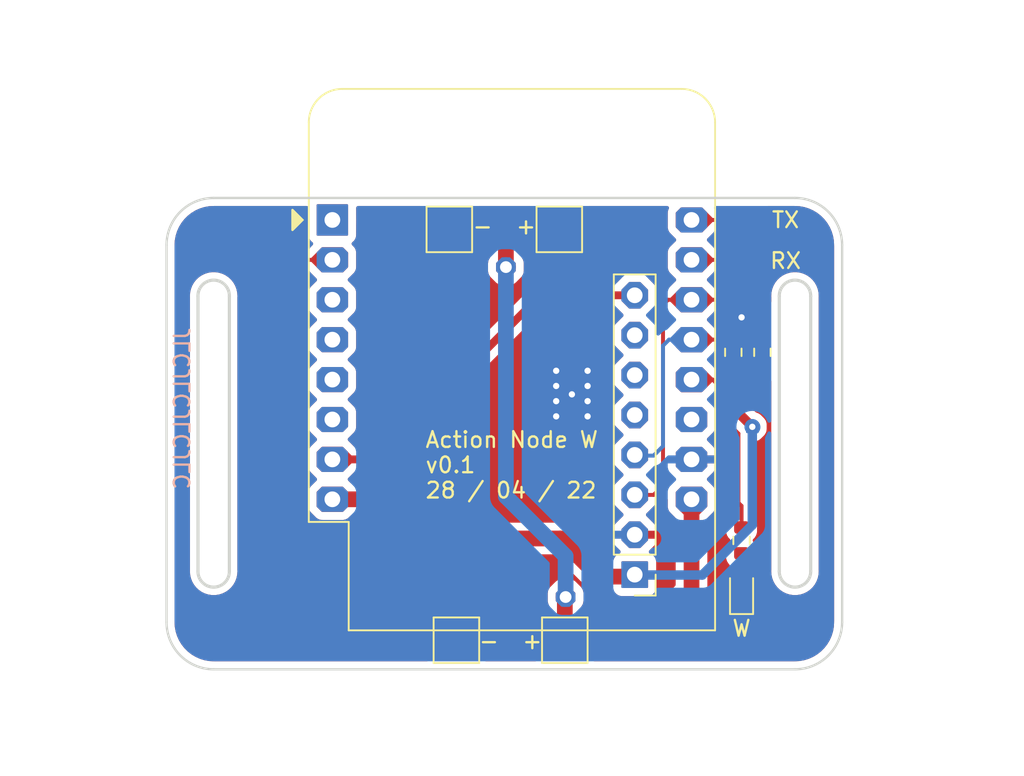
<source format=kicad_pcb>
(kicad_pcb (version 20211014) (generator pcbnew)
  (layers (0 "F.Cu" signal) (31 "B.Cu" signal) (34 "B.Paste" user) (35 "F.Paste" user) (36 "B.SilkS" user "B.Silkscreen") (37 "F.SilkS" user "F.Silkscreen") (38 "B.Mask" user) (39 "F.Mask" user) (44 "Edge.Cuts" user))
  (net 0 "")
  (net 1 "VCC")
  (net 2 "GND")
  (net 3 "+3V3")
  (net 4 "/SCL")
  (net 5 "/SDA")
  (net 8 "/AD0")
  (net 9 "/INT")
  (net 10 "Net-(P1-Pad1)")
  (net 11 "Net-(P2-Pad1)")
  (net 16 "/LED")
  (net 17 "Net-(D1-Pad2)")
  (net 18 "/WARN")
  (net 19 "Net-(U1-Pad2)")
  (footprint "Resistor_SMD:R_0603_1608Metric" (layer "F.Cu") (at 115.4 121 90)
    (fp_text reference "R3" hide)
    (fp_text value "10k")
    (fp_line (start -0.237258 0.5225) (end 0.237258 0.5225) (layer "F.SilkS") (width 0.12))
    (fp_line (start -0.237258 -0.5225) (end 0.237258 -0.5225) (layer "F.SilkS") (width 0.12))
    (pad "1" smd roundrect (at -0.825 0 90) (size 0.8 0.95) (layers "F.Cu" "F.Paste" "F.Mask") (net 17 "Net-(D1-Pad2)"))
    (pad "2" smd roundrect (at 0.825 0 90) (size 0.8 0.95) (layers "F.Cu" "F.Paste" "F.Mask") (net 18 "/WARN"))
  )
  (footprint "Module:WEMOS_D1_mini_light" (layer "F.Cu") (at 89.355 100.6)
    (fp_text reference "U1" hide)
    (fp_text value "WeMos_D1_mini")
    (fp_line (start 1.04 19.22) (end 1.04 26.12) (layer "F.SilkS") (width 0.12))
    (fp_line (start 22.24 -8.34) (end 0.63 -8.34) (layer "F.SilkS") (width 0.12))
    (fp_line (start 1.04 26.12) (end 24.36 26.12) (layer "F.SilkS") (width 0.12))
    (fp_line (start 24.36 26.12) (end 24.36 -6.21) (layer "F.SilkS") (width 0.12))
    (fp_line (start -1.5 19.22) (end -1.5 -6.21) (layer "F.SilkS") (width 0.12))
    (fp_line (start -1.5 19.22) (end 1.04 19.22) (layer "F.SilkS") (width 0.12))
    (fp_arc (start -1.5 -6.21) (mid -0.876137 -7.716137) (end 0.63 -8.34) (layer "F.SilkS") (width 0.12))
    (fp_arc (start 22.23 -8.34) (mid 23.736137 -7.716137) (end 24.36 -6.21) (layer "F.SilkS") (width 0.12))
    (fp_poly (pts (xy -2.54 -0.635) (xy -2.54 0.635) (xy -1.905 0)) (layer "F.SilkS") (width 0.15) (fill solid))
    (pad "1" thru_hole custom (at 0 0) (size 2 2) (drill 1) (layers *.Cu *.Mask) (options (clearance convexhull) (anchor circle)) (primitives (gr_poly (pts (xy 0.95 0.95) (xy -0.95 0.95) (xy -0.95 -0.95) (xy 0.95 -0.95)) (width 0.1) (fill yes))))
    (pad "2" thru_hole custom (at 0 2.54) (size 1.000002 1.000002) (drill 1) (layers *.Cu *.Mask) (net 19 "Net-(U1-Pad2)") (options (clearance convexhull) (anchor rect)) (primitives (gr_poly (pts (xy 0.95 0.447919) (xy 0.647919 0.75) (xy -0.647919 0.75) (xy -0.95 0.447919) (xy -0.95 -0.447919) (xy -0.647919 -0.75) (xy 0.647919 -0.75) (xy 0.95 -0.447919)) (width 0.1) (fill yes))))
    (pad "3" thru_hole custom (at 0 5.08) (size 1.000002 1.000002) (drill 1) (layers *.Cu *.Mask) (options (clearance convexhull) (anchor rect)) (primitives (gr_poly (pts (xy 0.95 0.447919) (xy 0.647919 0.75) (xy -0.647919 0.75) (xy -0.95 0.447919) (xy -0.95 -0.447919) (xy -0.647919 -0.75) (xy 0.647919 -0.75) (xy 0.95 -0.447919)) (width 0.1) (fill yes))))
    (pad "4" thru_hole custom (at 0 7.62) (size 1.000002 1.000002) (drill 1) (layers *.Cu *.Mask) (options (clearance convexhull) (anchor rect)) (primitives (gr_poly (pts (xy 0.95 0.447919) (xy 0.647919 0.75) (xy -0.647919 0.75) (xy -0.95 0.447919) (xy -0.95 -0.447919) (xy -0.647919 -0.75) (xy 0.647919 -0.75) (xy 0.95 -0.447919)) (width 0.1) (fill yes))))
    (pad "5" thru_hole custom (at 0 10.16) (size 1.000002 1.000002) (drill 1) (layers *.Cu *.Mask) (options (clearance convexhull) (anchor rect)) (primitives (gr_poly (pts (xy 0.95 0.447919) (xy 0.647919 0.75) (xy -0.647919 0.75) (xy -0.95 0.447919) (xy -0.95 -0.447919) (xy -0.647919 -0.75) (xy 0.647919 -0.75) (xy 0.95 -0.447919)) (width 0.1) (fill yes))))
    (pad "6" thru_hole custom (at 0 12.7) (size 1.000002 1.000002) (drill 1) (layers *.Cu *.Mask) (options (clearance convexhull) (anchor rect)) (primitives (gr_poly (pts (xy 0.95 0.447919) (xy 0.647919 0.75) (xy -0.647919 0.75) (xy -0.95 0.447919) (xy -0.95 -0.447919) (xy -0.647919 -0.75) (xy 0.647919 -0.75) (xy 0.95 -0.447919)) (width 0.1) (fill yes))))
    (pad "7" thru_hole custom (at 0 15.24) (size 1.000002 1.000002) (drill 1) (layers *.Cu *.Mask) (net 9 "/INT") (options (clearance convexhull) (anchor rect)) (primitives (gr_poly (pts (xy 0.95 0.447919) (xy 0.647919 0.75) (xy -0.647919 0.75) (xy -0.95 0.447919) (xy -0.95 -0.447919) (xy -0.647919 -0.75) (xy 0.647919 -0.75) (xy 0.95 -0.447919)) (width 0.1) (fill yes))))
    (pad "8" thru_hole custom (at 0 17.78) (size 1.000002 1.000002) (drill 1) (layers *.Cu *.Mask) (net 3 "+3V3") (options (clearance convexhull) (anchor rect)) (primitives (gr_poly (pts (xy 0.95 0.447919) (xy 0.647919 0.75) (xy -0.647919 0.75) (xy -0.95 0.447919) (xy -0.95 -0.447919) (xy -0.647919 -0.75) (xy 0.647919 -0.75) (xy 0.95 -0.447919)) (width 0.1) (fill yes))))
    (pad "9" thru_hole custom (at 22.86 17.78) (size 1.000002 1.000002) (drill 1) (layers *.Cu *.Mask) (net 1 "VCC") (options (clearance convexhull) (anchor rect)) (primitives (gr_poly (pts (xy 0.95 0.447919) (xy 0.647919 0.75) (xy -0.647919 0.75) (xy -0.95 0.447919) (xy -0.95 -0.447919) (xy -0.647919 -0.75) (xy 0.647919 -0.75) (xy 0.95 -0.447919)) (width 0.1) (fill yes))))
    (pad "10" thru_hole custom (at 22.86 15.24) (size 1.000002 1.000002) (drill 1) (layers *.Cu *.Mask) (net 2 "GND") (options (clearance convexhull) (anchor rect)) (primitives (gr_poly (pts (xy 0.95 0.447919) (xy 0.647919 0.75) (xy -0.647919 0.75) (xy -0.95 0.447919) (xy -0.95 -0.447919) (xy -0.647919 -0.75) (xy 0.647919 -0.75) (xy 0.95 -0.447919)) (width 0.1) (fill yes))))
    (pad "11" thru_hole custom (at 22.86 12.7) (size 1.000002 1.000002) (drill 1) (layers *.Cu *.Mask) (net 16 "/LED") (options (clearance convexhull) (anchor rect)) (primitives (gr_poly (pts (xy 0.95 0.447919) (xy 0.647919 0.75) (xy -0.647919 0.75) (xy -0.95 0.447919) (xy -0.95 -0.447919) (xy -0.647919 -0.75) (xy 0.647919 -0.75) (xy 0.95 -0.447919)) (width 0.1) (fill yes))))
    (pad "12" thru_hole custom (at 22.86 10.16) (size 1.000002 1.000002) (drill 1) (layers *.Cu *.Mask) (net 18 "/WARN") (options (clearance convexhull) (anchor rect)) (primitives (gr_poly (pts (xy 0.95 0.447919) (xy 0.647919 0.75) (xy -0.647919 0.75) (xy -0.95 0.447919) (xy -0.95 -0.447919) (xy -0.647919 -0.75) (xy 0.647919 -0.75) (xy 0.95 -0.447919)) (width 0.1) (fill yes))))
    (pad "13" thru_hole custom (at 22.86 7.62) (size 1.000002 1.000002) (drill 1) (layers *.Cu *.Mask) (net 5 "/SDA") (options (clearance convexhull) (anchor rect)) (primitives (gr_poly (pts (xy 0.95 0.447919) (xy 0.647919 0.75) (xy -0.647919 0.75) (xy -0.95 0.447919) (xy -0.95 -0.447919) (xy -0.647919 -0.75) (xy 0.647919 -0.75) (xy 0.95 -0.447919)) (width 0.1) (fill yes))))
    (pad "14" thru_hole custom (at 22.86 5.08) (size 1.000002 1.000002) (drill 1) (layers *.Cu *.Mask) (net 4 "/SCL") (options (clearance convexhull) (anchor rect)) (primitives (gr_poly (pts (xy 0.95 0.447919) (xy 0.647919 0.75) (xy -0.647919 0.75) (xy -0.95 0.447919) (xy -0.95 -0.447919) (xy -0.647919 -0.75) (xy 0.647919 -0.75) (xy 0.95 -0.447919)) (width 0.1) (fill yes))))
    (pad "15" thru_hole custom (at 22.86 2.54) (size 1.000002 1.000002) (drill 1) (layers *.Cu *.Mask) (net 10 "Net-(P1-Pad1)") (options (clearance convexhull) (anchor rect)) (primitives (gr_poly (pts (xy 0.95 0.447919) (xy 0.647919 0.75) (xy -0.647919 0.75) (xy -0.95 0.447919) (xy -0.95 -0.447919) (xy -0.647919 -0.75) (xy 0.647919 -0.75) (xy 0.95 -0.447919)) (width 0.1) (fill yes))))
    (pad "16" thru_hole custom (at 22.86 0) (size 1.000002 1.000002) (drill 1) (layers *.Cu *.Mask) (net 11 "Net-(P2-Pad1)") (options (clearance convexhull) (anchor rect)) (primitives (gr_poly (pts (xy 0.95 0.447919) (xy 0.647919 0.75) (xy -0.647919 0.75) (xy -0.95 0.447919) (xy -0.95 -0.447919) (xy -0.647919 -0.75) (xy 0.647919 -0.75) (xy 0.95 -0.447919)) (width 0.1) (fill yes))))
  )
  (footprint "LED_SMD:LED_0603_1608Metric" (layer "F.Cu") (at 115.4 124.2 90)
    (fp_text reference "D1" hide)
    (fp_text value "LED")
    (fp_line (start 0.8 -0.735) (end -1.485 -0.735) (layer "F.SilkS") (width 0.12))
    (fp_line (start -1.485 -0.735) (end -1.485 0.735) (layer "F.SilkS") (width 0.12))
    (fp_line (start -1.485 0.735) (end 0.8 0.735) (layer "F.SilkS") (width 0.12))
    (pad "1" smd roundrect (at -0.7875 0 90) (size 0.875 0.95) (layers "F.Cu" "F.Paste" "F.Mask") (net 2 "GND"))
    (pad "2" smd roundrect (at 0.7875 0 90) (size 0.875 0.95) (layers "F.Cu" "F.Paste" "F.Mask") (net 17 "Net-(D1-Pad2)"))
  )
  (footprint "Resistor_SMD:R_0603_1608Metric" (layer "F.Cu") (at 114.875 109.025 90)
    (fp_text reference "R1" hide)
    (fp_text value "10k")
    (fp_line (start -0.237258 -0.5225) (end 0.237258 -0.5225) (layer "F.SilkS") (width 0.12))
    (fp_line (start -0.237258 0.5225) (end 0.237258 0.5225) (layer "F.SilkS") (width 0.12))
    (pad "1" smd roundrect (at -0.825 0 90) (size 0.8 0.95) (layers "F.Cu" "F.Paste" "F.Mask") (net 3 "+3V3"))
    (pad "2" smd roundrect (at 0.825 0 90) (size 0.8 0.95) (layers "F.Cu" "F.Paste" "F.Mask") (net 5 "/SDA"))
  )
  (footprint "TestPoint:TestPoint_Pad_2.5x2.5mm" (layer "F.Cu") (at 103.8 101.2)
    (fp_text reference "P7" hide)
    (fp_text value "+")
    (fp_line (start 1.45 -1.45) (end 1.45 1.45) (layer "F.SilkS") (width 0.12))
    (fp_line (start -1.45 1.45) (end -1.45 -1.45) (layer "F.SilkS") (width 0.12))
    (fp_line (start -1.45 -1.45) (end 1.45 -1.45) (layer "F.SilkS") (width 0.12))
    (fp_line (start 1.45 1.45) (end -1.45 1.45) (layer "F.SilkS") (width 0.12))
    (pad "1" smd rect (at 0 0) (size 2.5 2.5) (layers "F.Cu" "F.Mask") (net 1 "VCC"))
  )
  (footprint "TestPoint:TestPoint_Pad_2.5x2.5mm" (layer "F.Cu") (at 104.15 127.35)
    (fp_text reference "P5" hide)
    (fp_text value "+")
    (fp_line (start -1.45 -1.45) (end 1.45 -1.45) (layer "F.SilkS") (width 0.12))
    (fp_line (start 1.45 1.45) (end -1.45 1.45) (layer "F.SilkS") (width 0.12))
    (fp_line (start 1.45 -1.45) (end 1.45 1.45) (layer "F.SilkS") (width 0.12))
    (fp_line (start -1.45 1.45) (end -1.45 -1.45) (layer "F.SilkS") (width 0.12))
    (pad "1" smd rect (at 0 0) (size 2.5 2.5) (layers "F.Cu" "F.Mask") (net 1 "VCC"))
  )
  (footprint "Connector_Wire:SolderWirePad_1x01_SMD_1x2mm" (layer "F.Cu") (at 85.2 103.2 90)
    (fp_text reference "P3" hide)
    (fp_text value "SPARE")
    (pad "1" smd roundrect (at 0 0 90) (size 1 2) (layers "F.Cu" "F.Paste" "F.Mask") (net 19 "Net-(U1-Pad2)"))
  )
  (footprint "TestPoint:TestPoint_Pad_2.5x2.5mm" (layer "F.Cu") (at 97.25 127.35)
    (fp_text reference "P4" hide)
    (fp_text value "-")
    (fp_line (start -1.45 1.45) (end -1.45 -1.45) (layer "F.SilkS") (width 0.12))
    (fp_line (start -1.45 -1.45) (end 1.45 -1.45) (layer "F.SilkS") (width 0.12))
    (fp_line (start 1.45 -1.45) (end 1.45 1.45) (layer "F.SilkS") (width 0.12))
    (fp_line (start 1.45 1.45) (end -1.45 1.45) (layer "F.SilkS") (width 0.12))
    (pad "1" smd rect (at 0 0) (size 2.5 2.5) (layers "F.Cu" "F.Mask") (net 2 "GND"))
  )
  (footprint "Connector_Wire:SolderWirePad_1x01_SMD_1x2mm" (layer "F.Cu") (at 115.6 100.6 -90)
    (fp_text reference "P2" hide)
    (fp_text value "TX")
    (pad "1" smd roundrect (at 0 0 270) (size 1 2) (layers "F.Cu" "F.Paste" "F.Mask") (net 11 "Net-(P2-Pad1)"))
  )
  (footprint "Connector_Wire:SolderWirePad_1x01_SMD_1x2mm" (layer "F.Cu") (at 115.6 103.2 -90)
    (fp_text reference "P1" hide)
    (fp_text value "RX")
    (pad "1" smd roundrect (at 0 0 270) (size 1 2) (layers "F.Cu" "F.Paste" "F.Mask") (net 10 "Net-(P1-Pad1)"))
  )
  (footprint "Resistor_SMD:R_0603_1608Metric" (layer "F.Cu") (at 116.725 109.025 90)
    (fp_text reference "R2" hide)
    (fp_text value "10k")
    (fp_line (start -0.237258 0.5225) (end 0.237258 0.5225) (layer "F.SilkS") (width 0.12))
    (fp_line (start -0.237258 -0.5225) (end 0.237258 -0.5225) (layer "F.SilkS") (width 0.12))
    (pad "1" smd roundrect (at -0.825 0 90) (size 0.8 0.95) (layers "F.Cu" "F.Paste" "F.Mask") (net 3 "+3V3"))
    (pad "2" smd roundrect (at 0.825 0 90) (size 0.8 0.95) (layers "F.Cu" "F.Paste" "F.Mask") (net 4 "/SCL"))
  )
  (footprint "TestPoint:TestPoint_Pad_2.5x2.5mm" (layer "F.Cu") (at 96.8 101.2)
    (fp_text reference "P6" hide)
    (fp_text value "-")
    (fp_line (start -1.45 -1.45) (end 1.45 -1.45) (layer "F.SilkS") (width 0.12))
    (fp_line (start 1.45 1.45) (end -1.45 1.45) (layer "F.SilkS") (width 0.12))
    (fp_line (start -1.45 1.45) (end -1.45 -1.45) (layer "F.SilkS") (width 0.12))
    (fp_line (start 1.45 -1.45) (end 1.45 1.45) (layer "F.SilkS") (width 0.12))
    (pad "1" smd rect (at 0 0) (size 2.5 2.5) (layers "F.Cu" "F.Mask") (net 2 "GND"))
  )
  (footprint "Connector_PinHeader_2.54mm:PinHeader_1x08_P2.54mm_Vertical" (layer "F.Cu") (at 108.6 123.175 180)
    (fp_text reference "J1" hide)
    (fp_text value "Conn_01x08_Male")
    (fp_line (start -1.33 1.27) (end 1.33 1.27) (layer "F.SilkS") (width 0.12))
    (fp_line (start -1.33 19.11) (end 1.33 19.11) (layer "F.SilkS") (width 0.12))
    (fp_line (start 1.33 1.27) (end 1.33 19.11) (layer "F.SilkS") (width 0.12))
    (fp_line (start -1.33 -1.33) (end 0 -1.33) (layer "F.SilkS") (width 0.12))
    (fp_line (start -1.33 0) (end -1.33 -1.33) (layer "F.SilkS") (width 0.12))
    (fp_line (start -1.33 1.27) (end -1.33 19.11) (layer "F.SilkS") (width 0.12))
    (pad "1" thru_hole custom (at 0 0 180) (size 1.7 1.7) (drill 1) (layers *.Cu *.Mask) (net 3 "+3V3") (options (clearance convexhull) (anchor circle)) (primitives (gr_poly (pts (xy 0.8 0.8) (xy -0.8 0.8) (xy -0.8 -0.8) (xy 0.8 -0.8)) (width 0.1) (fill yes))))
    (pad "2" thru_hole custom (at 0 2.54 180) (size 1.7 1.7) (drill 1) (layers *.Cu *.Mask) (net 2 "GND") (options (clearance convexhull) (anchor circle)) (primitives (gr_poly (pts (xy 0.8 0.331371) (xy 0.331371 0.8) (xy -0.331371 0.8) (xy -0.8 0.331371) (xy -0.8 -0.331371) (xy -0.331371 -0.8) (xy 0.331371 -0.8) (xy 0.8 -0.331371)) (width 0.1) (fill yes))))
    (pad "3" thru_hole custom (at 0 5.08 180) (size 1.7 1.7) (drill 1) (layers *.Cu *.Mask) (net 4 "/SCL") (options (clearance convexhull) (anchor circle)) (primitives (gr_poly (pts (xy 0.8 0.331371) (xy 0.331371 0.8) (xy -0.331371 0.8) (xy -0.8 0.331371) (xy -0.8 -0.331371) (xy -0.331371 -0.8) (xy 0.331371 -0.8) (xy 0.8 -0.331371)) (width 0.1) (fill yes))))
    (pad "4" thru_hole custom (at 0 7.62 180) (size 1.7 1.7) (drill 1) (layers *.Cu *.Mask) (net 5 "/SDA") (options (clearance convexhull) (anchor circle)) (primitives (gr_poly (pts (xy 0.8 0.331371) (xy 0.331371 0.8) (xy -0.331371 0.8) (xy -0.8 0.331371) (xy -0.8 -0.331371) (xy -0.331371 -0.8) (xy 0.331371 -0.8) (xy 0.8 -0.331371)) (width 0.1) (fill yes))))
    (pad "5" thru_hole custom (at 0 10.16 180) (size 1.7 1.7) (drill 1) (layers *.Cu *.Mask) (options (clearance convexhull) (anchor circle)) (primitives (gr_poly (pts (xy 0.8 0.331371) (xy 0.331371 0.8) (xy -0.331371 0.8) (xy -0.8 0.331371) (xy -0.8 -0.331371) (xy -0.331371 -0.8) (xy 0.331371 -0.8) (xy 0.8 -0.331371)) (width 0.1) (fill yes))))
    (pad "6" thru_hole custom (at 0 12.7 180) (size 1.7 1.7) (drill 1) (layers *.Cu *.Mask) (options (clearance convexhull) (anchor circle)) (primitives (gr_poly (pts (xy 0.8 0.331371) (xy 0.331371 0.8) (xy -0.331371 0.8) (xy -0.8 0.331371) (xy -0.8 -0.331371) (xy -0.331371 -0.8) (xy 0.331371 -0.8) (xy 0.8 -0.331371)) (width 0.1) (fill yes))))
    (pad "7" thru_hole custom (at 0 15.24 180) (size 1.7 1.7) (drill 1) (layers *.Cu *.Mask) (net 8 "/AD0") (options (clearance convexhull) (anchor circle)) (primitives (gr_poly (pts (xy 0.8 0.331371) (xy 0.331371 0.8) (xy -0.331371 0.8) (xy -0.8 0.331371) (xy -0.8 -0.331371) (xy -0.331371 -0.8) (xy 0.331371 -0.8) (xy 0.8 -0.331371)) (width 0.1) (fill yes))))
    (pad "8" thru_hole custom (at 0 17.78 180) (size 1.7 1.7) (drill 1) (layers *.Cu *.Mask) (net 9 "/INT") (options (clearance convexhull) (anchor circle)) (primitives (gr_poly (pts (xy 0.8 0.331371) (xy 0.331371 0.8) (xy -0.331371 0.8) (xy -0.8 0.331371) (xy -0.8 -0.331371) (xy -0.331371 -0.8) (xy 0.331371 -0.8) (xy 0.8 -0.331371)) (width 0.1) (fill yes))))
  )
  (gr_arc (start 119.8 122.95) (mid 118.8 123.967607) (end 117.8 122.95) (layer "Edge.Cuts") (width 0.2))
  (gr_arc (start 118.8 99.2) (mid 120.92132 100.07868) (end 121.8 102.2) (layer "Edge.Cuts") (width 0.15))
  (gr_line (start 82.8 122.95) (end 82.8 105.45) (layer "Edge.Cuts") (width 0.2))
  (gr_line (start 78.8 126.2) (end 78.8 102.2) (layer "Edge.Cuts") (width 0.15))
  (gr_arc (start 81.8 129.2) (mid 79.67868 128.32132) (end 78.8 126.2) (layer "Edge.Cuts") (width 0.15))
  (gr_line (start 121.8 102.2) (end 121.8 126.2) (layer "Edge.Cuts") (width 0.15))
  (gr_arc (start 117.8 105.45) (mid 118.8 104.432393) (end 119.8 105.45) (layer "Edge.Cuts") (width 0.2))
  (gr_line (start 81.8 99.2) (end 118.8 99.2) (layer "Edge.Cuts") (width 0.15))
  (gr_arc (start 121.8 126.2) (mid 120.92132 128.32132) (end 118.8 129.2) (layer "Edge.Cuts") (width 0.15))
  (gr_line (start 80.8 122.95) (end 80.8 105.45) (layer "Edge.Cuts") (width 0.2))
  (gr_arc (start 78.8 102.2) (mid 79.67868 100.07868) (end 81.8 99.2) (layer "Edge.Cuts") (width 0.15))
  (gr_line (start 81.8 129.2) (end 118.8 129.2) (layer "Edge.Cuts") (width 0.15))
  (gr_line (start 117.8 122.95) (end 117.8 105.45) (layer "Edge.Cuts") (width 0.2))
  (gr_arc (start 80.8 105.45) (mid 81.8 104.432393) (end 82.8 105.45) (layer "Edge.Cuts") (width 0.2))
  (gr_line (start 119.8 122.95) (end 119.8 105.45) (layer "Edge.Cuts") (width 0.2))
  (gr_arc (start 82.8 122.95) (mid 81.8 123.967607) (end 80.8 122.95) (layer "Edge.Cuts") (width 0.2))
  (gr_text "JLCJLCJLCJLC" (at 79.8 112.6 90) (layer "B.SilkS") (effects (font (size 1 1)) (justify mirror)))
  (gr_text "TX" (at 118.2 100.6) (layer "F.SilkS") (effects (font (size 1 1))))
  (gr_text "W" (at 115.4 126.6) (layer "F.SilkS") (effects (font (size 1 1))))
  (gr_text "RX" (at 118.2 103.2) (layer "F.SilkS") (effects (font (size 1 1))))
  (gr_text "-  +" (at 100.3 101) (layer "F.SilkS") (effects (font (size 1 1))))
  (gr_text "-  +" (at 100.699999 127.4) (layer "F.SilkS") (effects (font (size 1 1))))
  (gr_text "Action Node W\nv0.1\n28 / 04 / 22" (at 95.2 116.2) (layer "F.SilkS") (effects (font (size 1 1)) (justify left)))
  (segment (start 112.215 124.285) (end 112.215 118.38) (width 1) (layer "F.Cu") (net 1))
  (segment (start 104.15 127.35) (end 109.15 127.35) (width 1) (layer "F.Cu") (net 1))
  (segment (start 100.4 102) (end 101.2 101.2) (width 1) (layer "F.Cu") (net 1))
  (segment (start 100.4 103.6) (end 100.4 102) (width 1) (layer "F.Cu") (net 1))
  (segment (start 109.15 127.35) (end 112.215 124.285) (width 1) (layer "F.Cu") (net 1))
  (segment (start 104.2 124.6) (end 104.15 124.65) (width 1) (layer "F.Cu") (net 1))
  (segment (start 101.2 101.2) (end 103.8 101.2) (width 1) (layer "F.Cu") (net 1))
  (segment (start 104.15 124.65) (end 104.15 127.35) (width 1) (layer "F.Cu") (net 1))
  (via (at 100.4 103.6) (size 1.25) (drill 0.75) (layers "F.Cu" "B.Cu") (net 1))
  (via (at 104.2 124.6) (size 1.25) (drill 0.75) (layers "F.Cu" "B.Cu") (net 1))
  (segment (start 100.4 118.2) (end 104.2 122) (width 1) (layer "B.Cu") (net 1))
  (segment (start 104.2 122) (end 104.2 124.6) (width 1) (layer "B.Cu") (net 1))
  (segment (start 100.4 103.6) (end 100.4 118.2) (width 1) (layer "B.Cu") (net 1))
  (via (at 103.6 112.133332) (size 0.8) (drill 0.4) (layers "F.Cu" "B.Cu") (net 2))
  (via (at 103.6 113.1) (size 0.8) (drill 0.4) (layers "F.Cu" "B.Cu") (net 2))
  (via (at 105.6 112.133332) (size 0.8) (drill 0.4) (layers "F.Cu" "B.Cu") (net 2))
  (via (at 105.6 110.2) (size 0.8) (drill 0.4) (layers "F.Cu" "B.Cu") (net 2))
  (via (at 115.4 106.8) (size 0.8) (drill 0.4) (layers "F.Cu" "B.Cu") (net 2))
  (via (at 103.6 111.166666) (size 0.8) (drill 0.4) (layers "F.Cu" "B.Cu") (net 2))
  (via (at 104.6 111.7) (size 0.8) (drill 0.4) (layers "F.Cu" "B.Cu") (net 2))
  (via (at 105.6 111.166666) (size 0.8) (drill 0.4) (layers "F.Cu" "B.Cu") (net 2))
  (via (at 105.6 113.1) (size 0.8) (drill 0.4) (layers "F.Cu" "B.Cu") (net 2))
  (via (at 103.6 110.2) (size 0.8) (drill 0.4) (layers "F.Cu" "B.Cu") (net 2))
  (segment (start 116.725 109.85) (end 114.875 109.85) (width 0.25) (layer "F.Cu") (net 3))
  (segment (start 92.03 118.38) (end 89.355 118.38) (width 1) (layer "F.Cu") (net 3))
  (segment (start 103.875 120.875) (end 94.525 120.875) (width 1) (layer "F.Cu") (net 3))
  (segment (start 106.3 123.3) (end 103.875 120.875) (width 1) (layer "F.Cu") (net 3))
  (segment (start 106.3 123.3) (end 108.475 123.3) (width 1) (layer "F.Cu") (net 3))
  (segment (start 114.875 112.558672) (end 116.083618 113.76729) (width 0.6) (layer "F.Cu") (net 3))
  (segment (start 94.525 120.875) (end 92.03 118.38) (width 1) (layer "F.Cu") (net 3))
  (segment (start 108.475 123.3) (end 108.6 123.175) (width 1) (layer "F.Cu") (net 3))
  (segment (start 114.875 109.85) (end 114.875 112.558672) (width 0.6) (layer "F.Cu") (net 3))
  (via (at 116.083618 113.76729) (size 0.8) (drill 0.4) (layers "F.Cu" "B.Cu") (net 3))
  (segment (start 108.625 123.2) (end 108.6 123.175) (width 0.6) (layer "B.Cu") (net 3))
  (segment (start 116.083618 113.76729) (end 116.083618 120.016382) (width 0.6) (layer "B.Cu") (net 3))
  (segment (start 116.100489 113.784161) (end 116.083618 113.76729) (width 1) (layer "B.Cu") (net 3))
  (segment (start 116.083618 120.016382) (end 112.9 123.2) (width 0.6) (layer "B.Cu") (net 3))
  (segment (start 112.9 123.2) (end 108.625 123.2) (width 0.6) (layer "B.Cu") (net 3))
  (segment (start 109.11 118.1) (end 109.8 118.1) (width 0.25) (layer "F.Cu") (net 4))
  (segment (start 110.72 105.68) (end 112.215 105.68) (width 0.25) (layer "F.Cu") (net 4))
  (segment (start 109.8 118.1) (end 110.4 117.5) (width 0.25) (layer "F.Cu") (net 4))
  (segment (start 110.4 117.5) (end 110.4 106) (width 0.25) (layer "F.Cu") (net 4))
  (segment (start 116.725 106.425) (end 115.98 105.68) (width 0.25) (layer "F.Cu") (net 4))
  (segment (start 108.6 118.095) (end 109.105 118.095) (width 0.25) (layer "F.Cu") (net 4))
  (segment (start 109.105 118.095) (end 109.11 118.1) (width 0.25) (layer "F.Cu") (net 4))
  (segment (start 116.725 108.2) (end 116.725 106.425) (width 0.25) (layer "F.Cu") (net 4))
  (segment (start 115.98 105.68) (end 112.215 105.68) (width 0.25) (layer "F.Cu") (net 4))
  (segment (start 110.4 106) (end 110.72 105.68) (width 0.25) (layer "F.Cu") (net 4))
  (segment (start 114.855 108.22) (end 112.215 108.22) (width 0.25) (layer "F.Cu") (net 5))
  (segment (start 114.875 108.2) (end 114.855 108.22) (width 0.25) (layer "F.Cu") (net 5))
  (segment (start 110.4 108.6) (end 110.4 115) (width 0.25) (layer "B.Cu") (net 5))
  (segment (start 110.4 115) (end 109.8 115.6) (width 0.25) (layer "B.Cu") (net 5))
  (segment (start 110.78 108.22) (end 110.4 108.6) (width 0.25) (layer "B.Cu") (net 5))
  (segment (start 108.645 115.6) (end 108.6 115.555) (width 0.25) (layer "B.Cu") (net 5))
  (segment (start 112.215 108.22) (end 110.78 108.22) (width 0.25) (layer "B.Cu") (net 5))
  (segment (start 109.8 115.6) (end 108.645 115.6) (width 0.25) (layer "B.Cu") (net 5))
  (segment (start 102.6 105.4) (end 106.1 105.4) (width 0.5) (layer "F.Cu") (net 9))
  (segment (start 89.355 115.84) (end 92.16 115.84) (width 0.5) (layer "F.Cu") (net 9))
  (segment (start 92.16 115.84) (end 102.6 105.4) (width 0.5) (layer "F.Cu") (net 9))
  (segment (start 106.1 105.4) (end 106.105 105.395) (width 0.5) (layer "F.Cu") (net 9))
  (segment (start 106.105 105.395) (end 108.6 105.395) (width 0.5) (layer "F.Cu") (net 9))
  (segment (start 115.54 103.14) (end 115.6 103.2) (width 0.25) (layer "F.Cu") (net 10))
  (segment (start 112.215 103.14) (end 115.54 103.14) (width 0.25) (layer "F.Cu") (net 10))
  (segment (start 115.6 100.6) (end 112.215 100.6) (width 0.25) (layer "F.Cu") (net 11))
  (segment (start 115.4 121.825) (end 115.4 123.4125) (width 0.25) (layer "F.Cu") (net 17))
  (segment (start 113.56 110.76) (end 114.2 111.4) (width 0.25) (layer "F.Cu") (net 18))
  (segment (start 115.2 118.6) (end 115.4 118.8) (width 0.25) (layer "F.Cu") (net 18))
  (segment (start 115.4 118.8) (end 115.4 120.175) (width 0.25) (layer "F.Cu") (net 18))
  (segment (start 114.2 111.4) (end 114.2 113.2) (width 0.25) (layer "F.Cu") (net 18))
  (segment (start 115.2 114.2) (end 115.2 118.6) (width 0.25) (layer "F.Cu") (net 18))
  (segment (start 114.2 113.2) (end 115.2 114.2) (width 0.25) (layer "F.Cu") (net 18))
  (segment (start 112.215 110.76) (end 113.56 110.76) (width 0.25) (layer "F.Cu") (net 18))
  (segment (start 89.355 103.14) (end 85.26 103.14) (width 0.25) (layer "F.Cu") (net 19))
  (segment (start 85.26 103.14) (end 85.2 103.2) (width 0.25) (layer "F.Cu") (net 19))
  (zone (net 2) (net_name "GND") (layers F&B.Cu) (connect_pads (clearance 0.508)) (min_thickness 0.254) (fill yes (thermal_gap 0.508) (thermal_bridge_width 0.508))
    (polygon (pts (xy 133.4 86.8) (xy 133.4 136) (xy 68.2 136) (xy 68.2 86.6)))
  )
  (zone (net 4) (net_name "/SCL") (layer "F.Cu") (name "$oktizer$") (priority 22222) (connect_pads yes (clearance 0)) (min_thickness 0.1) (fill yes (thermal_gap 0.508) (thermal_bridge_width 0.508) (island_removal_mode 1) (island_area_min 0))
    (polygon (pts (xy 113.68363 105.68) (xy 112.88363 106.48) (xy 111.54637 106.48) (xy 110.74637 105.68) (xy 111.54637 104.88) (xy 112.88363 104.88)))
  )
  (zone (net 10) (net_name "Net-(P1-Pad1)") (layer "F.Cu") (name "$oktizer$") (priority 22222) (connect_pads yes (clearance 0)) (min_thickness 0.1) (fill yes (thermal_gap 0.508) (thermal_bridge_width 0.508) (island_removal_mode 1) (island_area_min 0))
    (polygon (pts (xy 113.68363 103.14) (xy 112.88363 103.94) (xy 111.54637 103.94) (xy 111.215 103.60863) (xy 111.215 102.67137) (xy 111.54637 102.34) (xy 112.88363 102.34)))
  )
  (zone (net 11) (net_name "Net-(P2-Pad1)") (layer "F.Cu") (name "$oktizer$") (priority 22222) (connect_pads yes (clearance 0)) (min_thickness 0.1) (fill yes (thermal_gap 0.508) (thermal_bridge_width 0.508) (island_removal_mode 1) (island_area_min 0))
    (polygon (pts (xy 113.68363 100.6) (xy 112.88363 101.4) (xy 111.54637 101.4) (xy 111.215 101.06863) (xy 111.215 100.13137) (xy 111.54637 99.8) (xy 112.88363 99.8)))
  )
  (zone (net 9) (net_name "/INT") (layer "F.Cu") (name "$oktizer$") (priority 22222) (connect_pads yes (clearance 0)) (min_thickness 0.1) (fill yes (thermal_gap 0.508) (thermal_bridge_width 0.508) (island_removal_mode 1) (island_area_min 0))
    (polygon (pts (xy 107.397918 103.095) (xy 108.247918 102.245) (xy 108.952082 102.245) (xy 109.45 102.742918) (xy 109.45 103.447082) (xy 108.952082 103.945) (xy 108.247918 103.945)))
  )
  (zone (net 1) (net_name "VCC") (layer "F.Cu") (name "$oktizer$") (priority 22222) (connect_pads yes (clearance 0)) (min_thickness 0.1) (fill yes (thermal_gap 0.508) (thermal_bridge_width 0.508) (island_removal_mode 1) (island_area_min 0))
    (polygon (pts (xy 101.025 103.858884) (xy 100.658884 104.225) (xy 100.141116 104.225) (xy 99.775 103.858884) (xy 99.775 103.341116) (xy 100.4 102.716116) (xy 101.025 103.341116)))
  )
  (zone (net 3) (net_name "+3V3") (layer "F.Cu") (name "$oktizer$") (priority 22222) (connect_pads yes (clearance 0)) (min_thickness 0.1) (fill yes (thermal_gap 0.508) (thermal_bridge_width 0.508) (island_removal_mode 1) (island_area_min 0))
    (polygon (pts (xy 116.483618 113.932976) (xy 116.249304 114.16729) (xy 115.917932 114.16729) (xy 115.683618 113.932976) (xy 115.683618 113.36729) (xy 116.249304 113.36729) (xy 116.483618 113.601604)))
  )
  (zone (net 5) (net_name "/SDA") (layer "F.Cu") (name "$oktizer$") (priority 22222) (connect_pads yes (clearance 0)) (min_thickness 0.1) (fill yes (thermal_gap 0.508) (thermal_bridge_width 0.508) (island_removal_mode 1) (island_area_min 0))
    (polygon (pts (xy 113.68363 108.22) (xy 112.88363 109.02) (xy 111.54637 109.02) (xy 111.215 108.68863) (xy 111.215 107.75137) (xy 111.54637 107.42) (xy 112.88363 107.42)))
  )
  (zone (net 1) (net_name "VCC") (layer "F.Cu") (name "$oktizer$") (priority 22222) (connect_pads yes (clearance 0)) (min_thickness 0.1) (fill yes (thermal_gap 0.508) (thermal_bridge_width 0.508) (island_removal_mode 1) (island_area_min 0))
    (polygon (pts (xy 104.825 124.858884) (xy 104.2 125.483884) (xy 103.575 124.858884) (xy 103.575 124.341116) (xy 103.941116 123.975) (xy 104.458884 123.975) (xy 104.825 124.341116)))
  )
  (zone (net 18) (net_name "/WARN") (layer "F.Cu") (name "$oktizer$") (priority 22222) (connect_pads yes (clearance 0)) (min_thickness 0.1) (fill yes (thermal_gap 0.508) (thermal_bridge_width 0.508) (island_removal_mode 1) (island_area_min 0))
    (polygon (pts (xy 113.68363 110.76) (xy 112.88363 111.56) (xy 111.54637 111.56) (xy 111.215 111.22863) (xy 111.215 110.29137) (xy 111.54637 109.96) (xy 112.88363 109.96)))
  )
  (zone (net 1) (net_name "VCC") (layer "F.Cu") (name "$oktizer$") (priority 22222) (connect_pads yes (clearance 0)) (min_thickness 0.1) (fill yes (thermal_gap 0.508) (thermal_bridge_width 0.508) (island_removal_mode 1) (island_area_min 0))
    (polygon (pts (xy 113.215 118.84863) (xy 112.215 119.84863) (xy 111.215 118.84863) (xy 111.215 117.91137) (xy 111.54637 117.58) (xy 112.88363 117.58) (xy 113.215 117.91137)))
  )
  (zone (net 9) (net_name "/INT") (layer "F.Cu") (name "$oktizer$") (priority 22222) (connect_pads yes (clearance 0)) (min_thickness 0.1) (fill yes (thermal_gap 0.508) (thermal_bridge_width 0.508) (island_removal_mode 1) (island_area_min 0))
    (polygon (pts (xy 90.82363 115.84) (xy 90.02363 116.64) (xy 88.68637 116.64) (xy 88.355 116.30863) (xy 88.355 115.37137) (xy 88.68637 115.04) (xy 90.02363 115.04)))
  )
  (zone (net 19) (net_name "Net-(U1-Pad2)") (layer "F.Cu") (name "$oktizer$") (priority 22222) (connect_pads yes (clearance 0)) (min_thickness 0.1) (fill yes (thermal_gap 0.508) (thermal_bridge_width 0.508) (island_removal_mode 1) (island_area_min 0))
    (polygon (pts (xy 90.355 103.60863) (xy 90.02363 103.94) (xy 88.68637 103.94) (xy 87.88637 103.14) (xy 88.68637 102.34) (xy 90.02363 102.34) (xy 90.355 102.67137)))
  )
  (zone (net 3) (net_name "+3V3") (layer "F.Cu") (name "$oktizer$") (priority 22222) (connect_pads yes (clearance 0)) (min_thickness 0.1) (fill yes (thermal_gap 0.508) (thermal_bridge_width 0.508) (island_removal_mode 1) (island_area_min 0))
    (polygon (pts (xy 90.82363 118.38) (xy 90.02363 119.18) (xy 88.68637 119.18) (xy 88.355 118.84863) (xy 88.355 117.91137) (xy 88.68637 117.58) (xy 90.02363 117.58)))
  )
  (zone (net 3) (net_name "+3V3") (layer "B.Cu") (name "$oktizer$") (priority 22222) (connect_pads yes (clearance 0)) (min_thickness 0.1) (fill yes (thermal_gap 0.508) (thermal_bridge_width 0.508) (island_removal_mode 1) (island_area_min 0))
    (polygon (pts (xy 116.483618 114.16729) (xy 116.249304 114.16729) (xy 116.083618 114.332976) (xy 115.917932 114.16729) (xy 115.683618 114.16729) (xy 115.683618 113.601604) (xy 115.917932 113.36729) (xy 116.249304 113.36729) (xy 116.483618 113.601604)))
  )
  (zone (net 5) (net_name "/SDA") (layer "B.Cu") (name "$oktizer$") (priority 22222) (connect_pads yes (clearance 0)) (min_thickness 0.1) (fill yes (thermal_gap 0.508) (thermal_bridge_width 0.508) (island_removal_mode 1) (island_area_min 0))
    (polygon (pts (xy 113.215 108.68863) (xy 112.88363 109.02) (xy 111.54637 109.02) (xy 110.74637 108.22) (xy 111.54637 107.42) (xy 112.88363 107.42) (xy 113.215 107.75137)))
  )
  (zone (net 1) (net_name "VCC") (layer "B.Cu") (name "$oktizer$") (priority 22222) (connect_pads yes (clearance 0)) (min_thickness 0.1) (fill yes (thermal_gap 0.508) (thermal_bridge_width 0.508) (island_removal_mode 1) (island_area_min 0))
    (polygon (pts (xy 101.025 103.858884) (xy 100.4 104.483884) (xy 99.775 103.858884) (xy 99.775 103.341116) (xy 100.141116 102.975) (xy 100.658884 102.975) (xy 101.025 103.341116)))
  )
  (zone (net 1) (net_name "VCC") (layer "B.Cu") (name "$oktizer$") (priority 22222) (connect_pads yes (clearance 0)) (min_thickness 0.1) (fill yes (thermal_gap 0.508) (thermal_bridge_width 0.508) (island_removal_mode 1) (island_area_min 0))
    (polygon (pts (xy 104.825 124.858884) (xy 104.458884 125.225) (xy 103.941116 125.225) (xy 103.575 124.858884) (xy 103.575 124.341116) (xy 104.2 123.716116) (xy 104.825 124.341116)))
  )
)
</source>
